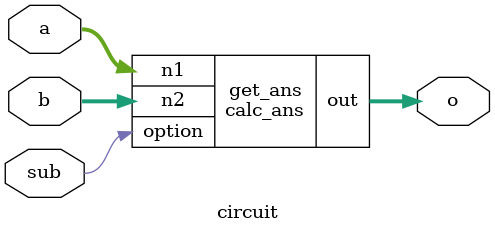
<source format=sv>

module complete_9(input [3:0] BCD ,output [3:0] minusBCD );
  assign minusBCD[3] = !BCD[3] && !BCD[2] && !BCD[1];
  assign minusBCD[2] = BCD[2] ^ BCD[1];
  assign minusBCD[1] = BCD[1];
  assign minusBCD[0] = !BCD[0];
endmodule

module s4bit(output [3:0] value,output c_out, input [3:0] num1, num2,input c_in);
  wire [3:0] g,p;
  wire [2:0]c;
  wire P,G;
  assign value[0] = c_in ^ num1 [0] ^ num2[0];
  assign g = num1 & num2;
  assign p = num1 | num2;
  assign c[0] = (p[0] && c_in) || g[0]; 
  assign value[1] = c[0] ^ num1[1] ^ num2[1];
  assign c[1] = (p[0] && p[1] && c_in) || (p[1] && g[0]) || g[1];
  assign value[2] = c[1] ^ num1[2] ^ num2[2];
  assign c[2] = (p[0] && p[1] && p[2] && c_in) ||(g[0] && p[1] && p[2]) || (g[1] && p[2]) 
                || g[2] ;
  assign value[3] = c[2] ^ num1[3] ^ num2[3];
  assign P = p[0] && p[1] && p[2] && p[3];
  assign G = g[0] && p[1] && p[2] && p[3] || g[1] && p[2] && p[3] || g[2] && p[3] || g[3];
  assign c_out = G | c_in & P;
endmodule

module BCD_digit_adder(output [3:0] digit, output carry, input [3:0] num1, num2, input c_in);
  wire [3:0] pseudo_sum;
  wire carry_ps;
  //dodanie jakby byly 4 bitowe i mialy zakres od 0-f
  s4bit calc(pseudo_sum,carry_ps,num1,num2,c_in);
  // czy nastapilo przeniesieni
  assign carry = carry_ps || pseudo_sum[3] && pseudo_sum[2] || pseudo_sum[3] && pseudo_sum[1];
  // poprawienie
  wire [3:0] add_six;
  assign add_six = {1'b0,carry,carry,1'b0};
  s4bit result(digit,_,pseudo_sum,add_six,0);
endmodule

module BCD_two_digit_adder(output [3:0] tens, ones, input [3:0] n11,n12,n21,n22,input c_in);
  wire carry;
  BCD_digit_adder res1(ones,carry,n12,n22,c_in);
  BCD_digit_adder res2(tens,_,n11,n21,carry);
endmodule

module BCD_two_digit_sub(output [3:0] tens, ones, input [3:0] n11,n12,n21,n22);
  wire [3:0] nn21,nn22;
  complete_9 _1(n21,nn21);
  complete_9 _2(n22,nn22);
  BCD_two_digit_adder corect(tens,ones,n11,n12,nn21,nn22,1);
endmodule

module calc_ans(output [7:0] out, input [7:0] n1,n2,input option);
  wire [7:0] add, sub,choose1,choose2;
  wire neg_option;
  assign neg_option = !option;
  assign choose1 = {option,option,option,option,option,option,option,option};
  assign choose2 = {neg_option,neg_option,neg_option,neg_option,neg_option,neg_option,neg_option,neg_option};
  BCD_two_digit_sub subtraction(sub[7:4],sub[3:0],n1[7:4],n1[3:0],n2[7:4],n2[3:0]);
  BCD_two_digit_adder addition(add[7:4],add[3:0],n1[7:4],n1[3:0],n2[7:4],n2[3:0],0);
  assign out = sub & choose1 | add & choose2;
endmodule

module circuit(output [7:0] o, input [7:0] a,b, input sub);
  calc_ans get_ans(o,a,b,sub);
endmodule
</source>
